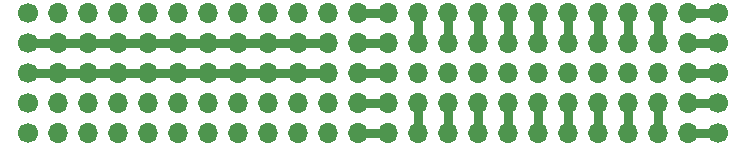
<source format=gbr>
G04 #@! TF.GenerationSoftware,KiCad,Pcbnew,5.1.5-52549c5~86~ubuntu18.04.1*
G04 #@! TF.CreationDate,2020-08-06T00:47:32-05:00*
G04 #@! TF.ProjectId,RAK_LORA_ADAPTABLE_NODE_BREAKOUT_2AA,52414b5f-4c4f-4524-915f-414441505441,rev?*
G04 #@! TF.SameCoordinates,Original*
G04 #@! TF.FileFunction,Copper,L2,Bot*
G04 #@! TF.FilePolarity,Positive*
%FSLAX46Y46*%
G04 Gerber Fmt 4.6, Leading zero omitted, Abs format (unit mm)*
G04 Created by KiCad (PCBNEW 5.1.5-52549c5~86~ubuntu18.04.1) date 2020-08-06 00:47:32*
%MOMM*%
%LPD*%
G04 APERTURE LIST*
%ADD10O,1.700000X1.700000*%
%ADD11C,1.700000*%
%ADD12C,0.750000*%
G04 APERTURE END LIST*
D10*
X126900000Y-101500000D03*
X124360000Y-101500000D03*
X121820000Y-101500000D03*
X119280000Y-101500000D03*
X116740000Y-101500000D03*
X114200000Y-101500000D03*
X111660000Y-101500000D03*
X109120000Y-101500000D03*
X106580000Y-101500000D03*
X104040000Y-101500000D03*
D11*
X101500000Y-101500000D03*
D10*
X126900000Y-104040000D03*
X124360000Y-104040000D03*
X121820000Y-104040000D03*
X119280000Y-104040000D03*
X116740000Y-104040000D03*
X114200000Y-104040000D03*
X111660000Y-104040000D03*
X109120000Y-104040000D03*
X106580000Y-104040000D03*
X104040000Y-104040000D03*
D11*
X101500000Y-104040000D03*
D10*
X126900000Y-106580000D03*
X124360000Y-106580000D03*
X121820000Y-106580000D03*
X119280000Y-106580000D03*
X116740000Y-106580000D03*
X114200000Y-106580000D03*
X111660000Y-106580000D03*
X109120000Y-106580000D03*
X106580000Y-106580000D03*
X104040000Y-106580000D03*
D11*
X101500000Y-106580000D03*
D10*
X126900000Y-109120000D03*
X124360000Y-109120000D03*
X121820000Y-109120000D03*
X119280000Y-109120000D03*
X116740000Y-109120000D03*
X114200000Y-109120000D03*
X111660000Y-109120000D03*
X109120000Y-109120000D03*
X106580000Y-109120000D03*
X104040000Y-109120000D03*
D11*
X101500000Y-109120000D03*
D10*
X126900000Y-111660000D03*
X124360000Y-111660000D03*
X121820000Y-111660000D03*
X119280000Y-111660000D03*
X116740000Y-111660000D03*
X114200000Y-111660000D03*
X111660000Y-111660000D03*
X109120000Y-111660000D03*
X106580000Y-111660000D03*
X104040000Y-111660000D03*
D11*
X101500000Y-111660000D03*
D10*
X129440000Y-111660000D03*
X131980000Y-111660000D03*
X134520000Y-111660000D03*
X137060000Y-111660000D03*
X139600000Y-111660000D03*
X142140000Y-111660000D03*
X144680000Y-111660000D03*
X147220000Y-111660000D03*
X149760000Y-111660000D03*
X152300000Y-111660000D03*
X154840000Y-111660000D03*
X157380000Y-111660000D03*
D11*
X159920000Y-111660000D03*
D10*
X129440000Y-109120000D03*
X131980000Y-109120000D03*
X134520000Y-109120000D03*
X137060000Y-109120000D03*
X139600000Y-109120000D03*
X142140000Y-109120000D03*
X144680000Y-109120000D03*
X147220000Y-109120000D03*
X149760000Y-109120000D03*
X152300000Y-109120000D03*
X154840000Y-109120000D03*
X157380000Y-109120000D03*
D11*
X159920000Y-109120000D03*
D10*
X129440000Y-106580000D03*
X131980000Y-106580000D03*
X134520000Y-106580000D03*
X137060000Y-106580000D03*
X139600000Y-106580000D03*
X142140000Y-106580000D03*
X144680000Y-106580000D03*
X147220000Y-106580000D03*
X149760000Y-106580000D03*
X152300000Y-106580000D03*
X154840000Y-106580000D03*
X157380000Y-106580000D03*
D11*
X159920000Y-106580000D03*
D10*
X129440000Y-104040000D03*
X131980000Y-104040000D03*
X134520000Y-104040000D03*
X137060000Y-104040000D03*
X139600000Y-104040000D03*
X142140000Y-104040000D03*
X144680000Y-104040000D03*
X147220000Y-104040000D03*
X149760000Y-104040000D03*
X152300000Y-104040000D03*
X154840000Y-104040000D03*
X157380000Y-104040000D03*
D11*
X159920000Y-104040000D03*
D10*
X129440000Y-101500000D03*
X131980000Y-101500000D03*
X134520000Y-101500000D03*
X137060000Y-101500000D03*
X139600000Y-101500000D03*
X142140000Y-101500000D03*
X144680000Y-101500000D03*
X147220000Y-101500000D03*
X149760000Y-101500000D03*
X152300000Y-101500000D03*
X154840000Y-101500000D03*
X157380000Y-101500000D03*
D11*
X159920000Y-101500000D03*
D12*
X129440000Y-101500000D02*
X131980000Y-101500000D01*
X134520000Y-101500000D02*
X134520000Y-104040000D01*
X139600000Y-101500000D02*
X139600000Y-104040000D01*
X144680000Y-101500000D02*
X144680000Y-104040000D01*
X149760000Y-101500000D02*
X149760000Y-104040000D01*
X154840000Y-104040000D02*
X154840000Y-101500000D01*
X157380000Y-101500000D02*
X159920000Y-101500000D01*
X137060000Y-104040000D02*
X137060000Y-101500000D01*
X142140000Y-104040000D02*
X142140000Y-101500000D01*
X147220000Y-104040000D02*
X147220000Y-101500000D01*
X152300000Y-104040000D02*
X152300000Y-101500000D01*
X131980000Y-104040000D02*
X129440000Y-104040000D01*
X159920000Y-104040000D02*
X157380000Y-104040000D01*
X129440000Y-106580000D02*
X131980000Y-106580000D01*
X157380000Y-106580000D02*
X159920000Y-106580000D01*
X131980000Y-109120000D02*
X129440000Y-109120000D01*
X134520000Y-109120000D02*
X134520000Y-111660000D01*
X139600000Y-109120000D02*
X139600000Y-111660000D01*
X144680000Y-109120000D02*
X144680000Y-111660000D01*
X149760000Y-109120000D02*
X149760000Y-111660000D01*
X154840000Y-109120000D02*
X154840000Y-111660000D01*
X159920000Y-109120000D02*
X157380000Y-109120000D01*
X137060000Y-111660000D02*
X137060000Y-109120000D01*
X142140000Y-111660000D02*
X142140000Y-109120000D01*
X147220000Y-111660000D02*
X147220000Y-109120000D01*
X152300000Y-111660000D02*
X152300000Y-109120000D01*
X129440000Y-111660000D02*
X131980000Y-111660000D01*
X157380000Y-111660000D02*
X159920000Y-111660000D01*
X126900000Y-106580000D02*
X124360000Y-106580000D01*
X124360000Y-106580000D02*
X121820000Y-106580000D01*
X121820000Y-106580000D02*
X119280000Y-106580000D01*
X119280000Y-106580000D02*
X116740000Y-106580000D01*
X116740000Y-106580000D02*
X114200000Y-106580000D01*
X114200000Y-106580000D02*
X111660000Y-106580000D01*
X111660000Y-106580000D02*
X109120000Y-106580000D01*
X109120000Y-106580000D02*
X106580000Y-106580000D01*
X106580000Y-106580000D02*
X104040000Y-106580000D01*
X104040000Y-106580000D02*
X101500000Y-106580000D01*
X101500000Y-104040000D02*
X104040000Y-104040000D01*
X104040000Y-104040000D02*
X106580000Y-104040000D01*
X106580000Y-104040000D02*
X109120000Y-104040000D01*
X109120000Y-104040000D02*
X111660000Y-104040000D01*
X111660000Y-104040000D02*
X114200000Y-104040000D01*
X114200000Y-104040000D02*
X116740000Y-104040000D01*
X116740000Y-104040000D02*
X119280000Y-104040000D01*
X119280000Y-104040000D02*
X121820000Y-104040000D01*
X121820000Y-104040000D02*
X124360000Y-104040000D01*
X124360000Y-104040000D02*
X126900000Y-104040000D01*
M02*

</source>
